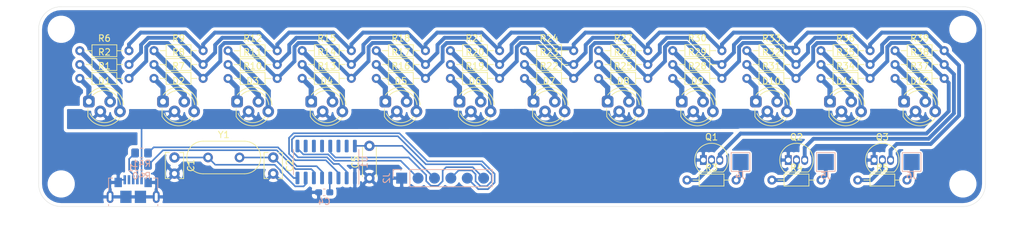
<source format=kicad_pcb>
(kicad_pcb (version 20171130) (host pcbnew 5.1.8)
  (layers (0 F.Cu signal) (31 B.Cu signal) (34 B.Paste user) (35 F.Paste user) (36 B.SilkS user) (37 F.SilkS user) (38 B.Mask user) (39 F.Mask user) (44 Edge.Cuts user))
  (net 0 "")
  (net 1 +5V)
  (net 2 GND)
  (net 3 "Net-(D1-Pad1)")
  (net 4 "Net-(D1-Pad3)")
  (net 5 "Net-(D1-Pad4)")
  (net 6 "Net-(D2-Pad4)")
  (net 7 "Net-(D2-Pad3)")
  (net 8 "Net-(D2-Pad1)")
  (net 9 "Net-(D3-Pad1)")
  (net 10 "Net-(D3-Pad3)")
  (net 11 "Net-(D3-Pad4)")
  (net 12 "Net-(D4-Pad1)")
  (net 13 "Net-(D4-Pad3)")
  (net 14 "Net-(D4-Pad4)")
  (net 15 "Net-(D5-Pad1)")
  (net 16 "Net-(D5-Pad3)")
  (net 17 "Net-(D5-Pad4)")
  (net 18 "Net-(D6-Pad4)")
  (net 19 "Net-(D6-Pad3)")
  (net 20 "Net-(D6-Pad1)")
  (net 21 "Net-(D7-Pad4)")
  (net 22 "Net-(D7-Pad3)")
  (net 23 "Net-(D7-Pad1)")
  (net 24 "Net-(D8-Pad4)")
  (net 25 "Net-(D8-Pad3)")
  (net 26 "Net-(D8-Pad1)")
  (net 27 "Net-(D9-Pad4)")
  (net 28 "Net-(D9-Pad3)")
  (net 29 "Net-(D9-Pad1)")
  (net 30 "Net-(D10-Pad1)")
  (net 31 "Net-(D10-Pad3)")
  (net 32 "Net-(D10-Pad4)")
  (net 33 "Net-(D11-Pad4)")
  (net 34 "Net-(D11-Pad3)")
  (net 35 "Net-(D11-Pad1)")
  (net 36 "Net-(D12-Pad1)")
  (net 37 "Net-(D12-Pad3)")
  (net 38 "Net-(D12-Pad4)")
  (net 39 "Net-(Q1-Pad2)")
  (net 40 /RED)
  (net 41 /GRN)
  (net 42 "Net-(Q2-Pad2)")
  (net 43 "Net-(Q3-Pad2)")
  (net 44 /BLU)
  (net 45 /RED_PIN)
  (net 46 /GRN_PIN)
  (net 47 /BLU_PIN)
  (net 48 "Net-(J1-Pad2)")
  (net 49 "Net-(J1-Pad3)")
  (net 50 "Net-(C1-Pad1)")
  (net 51 "Net-(C2-Pad1)")
  (net 52 "Net-(C4-Pad2)")
  (net 53 +3V3)
  (net 54 "Net-(J1-Pad4)")
  (net 55 "Net-(U1-Pad10)")
  (net 56 "Net-(U1-Pad11)")
  (net 57 "Net-(U1-Pad12)")
  (net 58 "Net-(U1-Pad14)")
  (net 59 "Net-(U1-Pad15)")
  (net 60 /D-)
  (net 61 /D+)
  (net 62 /TDX)
  (net 63 /RXD)
  (net 64 /~CTS)
  (net 65 /~DTR)
  (module MountingHole:MountingHole_3.2mm_M3 (layer F.Cu) (at 189.85 74.5)
    (fp_text reference REF** hide)
    (fp_text value MountingHole_3.2mm_M3)
    (pad 1 np_thru_hole circle (at 0 0) (size 3.2 3.2) (drill 3.2) (layers *.Cu *.Mask))
  )
  (module MountingHole:MountingHole_3.2mm_M3 (layer F.Cu) (at 50.15 74.5)
    (fp_text reference REF** hide)
    (fp_text value MountingHole_3.2mm_M3)
    (pad 1 np_thru_hole circle (at 0 0) (size 3.2 3.2) (drill 3.2) (layers *.Cu *.Mask))
  )
  (module MountingHole:MountingHole_3.2mm_M3 (layer F.Cu) (at 50.15 50.54)
    (fp_text reference REF** hide)
    (fp_text value MountingHole_3.2mm_M3)
    (pad 1 np_thru_hole circle (at 0 0) (size 3.2 3.2) (drill 3.2) (layers *.Cu *.Mask))
  )
  (module MountingHole:MountingHole_3.2mm_M3 (layer F.Cu) (at 189.85 50.54)
    (fp_text reference REF** hide)
    (fp_text value MountingHole_3.2mm_M3)
    (pad 1 np_thru_hole circle (at 0 0) (size 3.2 3.2) (drill 3.2) (layers *.Cu *.Mask))
  )
  (module Connector_PinHeader_2.54mm:PinHeader_1x06_P2.54mm_Vertical (layer B.Cu) (at 102.9 73.6 270)
    (fp_text reference J2 (at 0 2.33 270) (layer B.SilkS) (effects (justify mirror)))
    (fp_text value SERAIL)
    (pad 1 smd rect (at 0 0 270) (size 1.7 1.7) (layers B.Cu B.Paste B.Mask) (net 2 GND))
    (pad 2 smd oval (at 0 -2.54 270) (size 1.7 1.7) (layers B.Cu B.Paste B.Mask) (net 64 /~CTS))
    (pad 3 smd oval (at 0 -5.08 270) (size 1.7 1.7) (layers B.Cu B.Paste B.Mask) (net 53 +3V3))
    (pad 4 smd oval (at 0 -7.62 270) (size 1.7 1.7) (layers B.Cu B.Paste B.Mask) (net 62 /TDX))
    (pad 5 smd oval (at 0 -10.16 270) (size 1.7 1.7) (layers B.Cu B.Paste B.Mask) (net 63 /RXD))
    (pad 6 smd oval (at 0 -12.7 270) (size 1.7 1.7) (layers B.Cu B.Paste B.Mask) (net 65 /~DTR))
  )
  (module Package_TO_SOT_THT:TO-92_Inline (layer F.Cu) (at 149.64 70.8)
    (fp_text reference Q1 (at 1.27 -3.56) (layer F.SilkS))
    (fp_text value PN2222A)
    (pad 2 thru_hole oval (at 1.27 0) (size 1.05 1.5) (drill 0.75) (layers *.Cu *.Mask) (net 39 "Net-(Q1-Pad2)"))
    (pad 3 thru_hole oval (at 2.54 0) (size 1.05 1.5) (drill 0.75) (layers *.Cu *.Mask) (net 40 /RED))
    (pad 1 thru_hole rect (at 0 0) (size 1.05 1.5) (drill 0.75) (layers *.Cu *.Mask) (net 2 GND))
  )
  (module Package_TO_SOT_THT:TO-92_Inline (layer F.Cu) (at 162.8 70.8)
    (fp_text reference Q2 (at 1.27 -3.56) (layer F.SilkS))
    (fp_text value PN2222A)
    (pad 1 thru_hole rect (at 0 0) (size 1.05 1.5) (drill 0.75) (layers *.Cu *.Mask) (net 2 GND))
    (pad 3 thru_hole oval (at 2.54 0) (size 1.05 1.5) (drill 0.75) (layers *.Cu *.Mask) (net 41 /GRN))
    (pad 2 thru_hole oval (at 1.27 0) (size 1.05 1.5) (drill 0.75) (layers *.Cu *.Mask) (net 42 "Net-(Q2-Pad2)"))
  )
  (module Package_TO_SOT_THT:TO-92_Inline (layer F.Cu) (at 176.1 70.8)
    (fp_text reference Q3 (at 1.27 -3.56) (layer F.SilkS))
    (fp_text value PN2222A)
    (pad 2 thru_hole oval (at 1.27 0) (size 1.05 1.5) (drill 0.75) (layers *.Cu *.Mask) (net 43 "Net-(Q3-Pad2)"))
    (pad 3 thru_hole oval (at 2.54 0) (size 1.05 1.5) (drill 0.75) (layers *.Cu *.Mask) (net 44 /BLU))
    (pad 1 thru_hole rect (at 0 0) (size 1.05 1.5) (drill 0.75) (layers *.Cu *.Mask) (net 2 GND))
  )
  (module Resistor_THT:R_Axial_DIN0204_L3.6mm_D1.6mm_P7.62mm_Horizontal (layer F.Cu) (at 147.1 73.9)
    (fp_text reference R3 (at 3.81 -1.92) (layer F.SilkS))
    (fp_text value 4.7k)
    (pad 2 thru_hole oval (at 7.62 0) (size 1.4 1.4) (drill 0.7) (layers *.Cu *.Mask) (net 45 /RED_PIN))
    (pad 1 thru_hole circle (at 0 0) (size 1.4 1.4) (drill 0.7) (layers *.Cu *.Mask) (net 39 "Net-(Q1-Pad2)"))
  )
  (module Resistor_THT:R_Axial_DIN0204_L3.6mm_D1.6mm_P7.62mm_Horizontal (layer F.Cu) (at 160.26 73.9)
    (fp_text reference R4 (at 3.81 -1.92) (layer F.SilkS))
    (fp_text value 4.7k)
    (pad 2 thru_hole oval (at 7.62 0) (size 1.4 1.4) (drill 0.7) (layers *.Cu *.Mask) (net 46 /GRN_PIN))
    (pad 1 thru_hole circle (at 0 0) (size 1.4 1.4) (drill 0.7) (layers *.Cu *.Mask) (net 42 "Net-(Q2-Pad2)"))
  )
  (module Resistor_THT:R_Axial_DIN0204_L3.6mm_D1.6mm_P7.62mm_Horizontal (layer F.Cu) (at 173.56 73.9)
    (fp_text reference R5 (at 3.81 -1.92) (layer F.SilkS))
    (fp_text value 4.7k)
    (pad 1 thru_hole circle (at 0 0) (size 1.4 1.4) (drill 0.7) (layers *.Cu *.Mask) (net 43 "Net-(Q3-Pad2)"))
    (pad 2 thru_hole oval (at 7.62 0) (size 1.4 1.4) (drill 0.7) (layers *.Cu *.Mask) (net 47 /BLU_PIN))
  )
  (module LED_THT:LED_D5.0mm-4_RGB_Staggered_Pins (layer F.Cu) (at 54.4325 61.74)
    (fp_text reference D1 (at 2.413 -3.198) (layer F.SilkS))
    (fp_text value LED_RAGB)
    (pad 1 thru_hole roundrect (at 0 0) (size 1.8 1.8) (drill 0.9) (layers *.Cu *.Mask) (net 3 "Net-(D1-Pad1)"))
    (pad 2 thru_hole circle (at 1.778 1.524) (size 1.8 1.8) (drill 0.9) (layers *.Cu *.Mask) (net 1 +5V))
    (pad 3 thru_hole circle (at 3.302 0) (size 1.8 1.8) (drill 0.9) (layers *.Cu *.Mask) (net 4 "Net-(D1-Pad3)"))
    (pad 4 thru_hole circle (at 4.826 1.524) (size 1.8 1.8) (drill 0.9) (layers *.Cu *.Mask) (net 5 "Net-(D1-Pad4)"))
  )
  (module LED_THT:LED_D5.0mm-4_RGB_Staggered_Pins (layer F.Cu) (at 65.92375 61.74)
    (fp_text reference D2 (at 2.413 -3.198) (layer F.SilkS))
    (fp_text value LED_RAGB)
    (pad 1 thru_hole roundrect (at 0 0) (size 1.8 1.8) (drill 0.9) (layers *.Cu *.Mask) (net 8 "Net-(D2-Pad1)"))
    (pad 2 thru_hole circle (at 1.778 1.524) (size 1.8 1.8) (drill 0.9) (layers *.Cu *.Mask) (net 1 +5V))
    (pad 3 thru_hole circle (at 3.302 0) (size 1.8 1.8) (drill 0.9) (layers *.Cu *.Mask) (net 7 "Net-(D2-Pad3)"))
    (pad 4 thru_hole circle (at 4.826 1.524) (size 1.8 1.8) (drill 0.9) (layers *.Cu *.Mask) (net 6 "Net-(D2-Pad4)"))
  )
  (module LED_THT:LED_D5.0mm-4_RGB_Staggered_Pins (layer F.Cu) (at 77.405 61.74)
    (fp_text reference D3 (at 2.413 -3.198) (layer F.SilkS))
    (fp_text value LED_RAGB)
    (pad 4 thru_hole circle (at 4.826 1.524) (size 1.8 1.8) (drill 0.9) (layers *.Cu *.Mask) (net 11 "Net-(D3-Pad4)"))
    (pad 3 thru_hole circle (at 3.302 0) (size 1.8 1.8) (drill 0.9) (layers *.Cu *.Mask) (net 10 "Net-(D3-Pad3)"))
    (pad 2 thru_hole circle (at 1.778 1.524) (size 1.8 1.8) (drill 0.9) (layers *.Cu *.Mask) (net 1 +5V))
    (pad 1 thru_hole roundrect (at 0 0) (size 1.8 1.8) (drill 0.9) (layers *.Cu *.Mask) (net 9 "Net-(D3-Pad1)"))
  )
  (module LED_THT:LED_D5.0mm-4_RGB_Staggered_Pins (layer F.Cu) (at 88.88625 61.74)
    (fp_text reference D4 (at 2.413 -3.198) (layer F.SilkS))
    (fp_text value LED_RAGB)
    (pad 4 thru_hole circle (at 4.826 1.524) (size 1.8 1.8) (drill 0.9) (layers *.Cu *.Mask) (net 14 "Net-(D4-Pad4)"))
    (pad 3 thru_hole circle (at 3.302 0) (size 1.8 1.8) (drill 0.9) (layers *.Cu *.Mask) (net 13 "Net-(D4-Pad3)"))
    (pad 2 thru_hole circle (at 1.778 1.524) (size 1.8 1.8) (drill 0.9) (layers *.Cu *.Mask) (net 1 +5V))
    (pad 1 thru_hole roundrect (at 0 0) (size 1.8 1.8) (drill 0.9) (layers *.Cu *.Mask) (net 12 "Net-(D4-Pad1)"))
  )
  (module LED_THT:LED_D5.0mm-4_RGB_Staggered_Pins (layer F.Cu) (at 100.3675 61.74)
    (fp_text reference D5 (at 2.413 -3.198) (layer F.SilkS))
    (fp_text value LED_RAGB)
    (pad 1 thru_hole roundrect (at 0 0) (size 1.8 1.8) (drill 0.9) (layers *.Cu *.Mask) (net 15 "Net-(D5-Pad1)"))
    (pad 2 thru_hole circle (at 1.778 1.524) (size 1.8 1.8) (drill 0.9) (layers *.Cu *.Mask) (net 1 +5V))
    (pad 3 thru_hole circle (at 3.302 0) (size 1.8 1.8) (drill 0.9) (layers *.Cu *.Mask) (net 16 "Net-(D5-Pad3)"))
    (pad 4 thru_hole circle (at 4.826 1.524) (size 1.8 1.8) (drill 0.9) (layers *.Cu *.Mask) (net 17 "Net-(D5-Pad4)"))
  )
  (module LED_THT:LED_D5.0mm-4_RGB_Staggered_Pins (layer F.Cu) (at 111.84875 61.74)
    (fp_text reference D6 (at 2.413 -3.198) (layer F.SilkS))
    (fp_text value LED_RAGB)
    (pad 4 thru_hole circle (at 4.826 1.524) (size 1.8 1.8) (drill 0.9) (layers *.Cu *.Mask) (net 18 "Net-(D6-Pad4)"))
    (pad 3 thru_hole circle (at 3.302 0) (size 1.8 1.8) (drill 0.9) (layers *.Cu *.Mask) (net 19 "Net-(D6-Pad3)"))
    (pad 2 thru_hole circle (at 1.778 1.524) (size 1.8 1.8) (drill 0.9) (layers *.Cu *.Mask) (net 1 +5V))
    (pad 1 thru_hole roundrect (at 0 0) (size 1.8 1.8) (drill 0.9) (layers *.Cu *.Mask) (net 20 "Net-(D6-Pad1)"))
  )
  (module LED_THT:LED_D5.0mm-4_RGB_Staggered_Pins (layer F.Cu) (at 123.33 61.74)
    (fp_text reference D7 (at 2.413 -3.198) (layer F.SilkS))
    (fp_text value LED_RAGB)
    (pad 4 thru_hole circle (at 4.826 1.524) (size 1.8 1.8) (drill 0.9) (layers *.Cu *.Mask) (net 21 "Net-(D7-Pad4)"))
    (pad 3 thru_hole circle (at 3.302 0) (size 1.8 1.8) (drill 0.9) (layers *.Cu *.Mask) (net 22 "Net-(D7-Pad3)"))
    (pad 2 thru_hole circle (at 1.778 1.524) (size 1.8 1.8) (drill 0.9) (layers *.Cu *.Mask) (net 1 +5V))
    (pad 1 thru_hole roundrect (at 0 0) (size 1.8 1.8) (drill 0.9) (layers *.Cu *.Mask) (net 23 "Net-(D7-Pad1)"))
  )
  (module LED_THT:LED_D5.0mm-4_RGB_Staggered_Pins (layer F.Cu) (at 134.81125 61.74)
    (fp_text reference D8 (at 2.413 -3.198) (layer F.SilkS))
    (fp_text value LED_RAGB)
    (pad 1 thru_hole roundrect (at 0 0) (size 1.8 1.8) (drill 0.9) (layers *.Cu *.Mask) (net 26 "Net-(D8-Pad1)"))
    (pad 2 thru_hole circle (at 1.778 1.524) (size 1.8 1.8) (drill 0.9) (layers *.Cu *.Mask) (net 1 +5V))
    (pad 3 thru_hole circle (at 3.302 0) (size 1.8 1.8) (drill 0.9) (layers *.Cu *.Mask) (net 25 "Net-(D8-Pad3)"))
    (pad 4 thru_hole circle (at 4.826 1.524) (size 1.8 1.8) (drill 0.9) (layers *.Cu *.Mask) (net 24 "Net-(D8-Pad4)"))
  )
  (module LED_THT:LED_D5.0mm-4_RGB_Staggered_Pins (layer F.Cu) (at 146.2925 61.74)
    (fp_text reference D9 (at 2.413 -3.198) (layer F.SilkS))
    (fp_text value LED_RAGB)
    (pad 4 thru_hole circle (at 4.826 1.524) (size 1.8 1.8) (drill 0.9) (layers *.Cu *.Mask) (net 27 "Net-(D9-Pad4)"))
    (pad 3 thru_hole circle (at 3.302 0) (size 1.8 1.8) (drill 0.9) (layers *.Cu *.Mask) (net 28 "Net-(D9-Pad3)"))
    (pad 2 thru_hole circle (at 1.778 1.524) (size 1.8 1.8) (drill 0.9) (layers *.Cu *.Mask) (net 1 +5V))
    (pad 1 thru_hole roundrect (at 0 0) (size 1.8 1.8) (drill 0.9) (layers *.Cu *.Mask) (net 29 "Net-(D9-Pad1)"))
  )
  (module LED_THT:LED_D5.0mm-4_RGB_Staggered_Pins (layer F.Cu) (at 157.77375 61.74)
    (fp_text reference D10 (at 2.413 -3.198) (layer F.SilkS))
    (fp_text value LED_RAGB)
    (pad 4 thru_hole circle (at 4.826 1.524) (size 1.8 1.8) (drill 0.9) (layers *.Cu *.Mask) (net 32 "Net-(D10-Pad4)"))
    (pad 3 thru_hole circle (at 3.302 0) (size 1.8 1.8) (drill 0.9) (layers *.Cu *.Mask) (net 31 "Net-(D10-Pad3)"))
    (pad 2 thru_hole circle (at 1.778 1.524) (size 1.8 1.8) (drill 0.9) (layers *.Cu *.Mask) (net 1 +5V))
    (pad 1 thru_hole roundrect (at 0 0) (size 1.8 1.8) (drill 0.9) (layers *.Cu *.Mask) (net 30 "Net-(D10-Pad1)"))
  )
  (module LED_THT:LED_D5.0mm-4_RGB_Staggered_Pins (layer F.Cu) (at 169.255 61.74)
    (fp_text reference D11 (at 2.413 -3.198) (layer F.SilkS))
    (fp_text value LED_RAGB)
    (pad 1 thru_hole roundrect (at 0 0) (size 1.8 1.8) (drill 0.9) (layers *.Cu *.Mask) (net 35 "Net-(D11-Pad1)"))
    (pad 2 thru_hole circle (at 1.778 1.524) (size 1.8 1.8) (drill 0.9) (layers *.Cu *.Mask) (net 1 +5V))
    (pad 3 thru_hole circle (at 3.302 0) (size 1.8 1.8) (drill 0.9) (layers *.Cu *.Mask) (net 34 "Net-(D11-Pad3)"))
    (pad 4 thru_hole circle (at 4.826 1.524) (size 1.8 1.8) (drill 0.9) (layers *.Cu *.Mask) (net 33 "Net-(D11-Pad4)"))
  )
  (module LED_THT:LED_D5.0mm-4_RGB_Staggered_Pins (layer F.Cu) (at 180.73625 61.74)
    (fp_text reference D12 (at 2.413 -3.198) (layer F.SilkS))
    (fp_text value LED_RAGB)
    (pad 1 thru_hole roundrect (at 0 0) (size 1.8 1.8) (drill 0.9) (layers *.Cu *.Mask) (net 36 "Net-(D12-Pad1)"))
    (pad 2 thru_hole circle (at 1.778 1.524) (size 1.8 1.8) (drill 0.9) (layers *.Cu *.Mask) (net 1 +5V))
    (pad 3 thru_hole circle (at 3.302 0) (size 1.8 1.8) (drill 0.9) (layers *.Cu *.Mask) (net 37 "Net-(D12-Pad3)"))
    (pad 4 thru_hole circle (at 4.826 1.524) (size 1.8 1.8) (drill 0.9) (layers *.Cu *.Mask) (net 38 "Net-(D12-Pad4)"))
  )
  (module TestPoint:TestPoint_Pad_2.5x2.5mm (layer B.Cu) (at 155.4 71.1)
    (fp_text reference J4 (at 0 2.148) (layer B.SilkS) (effects (justify mirror)))
    (fp_text value Conn_01x01)
    (pad 1 smd rect (at 0 0) (size 2.5 2.5) (layers B.Cu B.Mask) (net 45 /RED_PIN))
  )
  (module TestPoint:TestPoint_Pad_2.5x2.5mm (layer B.Cu) (at 168.6 71.1)
    (fp_text reference J5 (at 0 2.148) (layer B.SilkS) (effects (justify mirror)))
    (fp_text value Conn_01x01)
    (pad 1 smd rect (at 0 0) (size 2.5 2.5) (layers B.Cu B.Mask) (net 46 /GRN_PIN))
  )
  (module TestPoint:TestPoint_Pad_2.5x2.5mm (layer B.Cu) (at 181.9 71.1)
    (fp_text reference J6 (at 0 2.148) (layer B.SilkS) (effects (justify mirror)))
    (fp_text value Conn_01x01)
    (pad 1 smd rect (at 0 0) (size 2.5 2.5) (layers B.Cu B.Mask) (net 47 /BLU_PIN))
  )
  (module Resistor_THT:R_Axial_DIN0204_L3.6mm_D1.6mm_P7.62mm_Horizontal (layer F.Cu) (at 53.0325 58.15)
    (fp_text reference R1 (at 3.81 -1.92) (layer F.SilkS))
    (fp_text value 1k)
    (pad 1 thru_hole circle (at 0 0) (size 1.4 1.4) (drill 0.7) (layers *.Cu *.Mask) (net 3 "Net-(D1-Pad1)"))
    (pad 2 thru_hole oval (at 7.62 0) (size 1.4 1.4) (drill 0.7) (layers *.Cu *.Mask) (net 40 /RED))
  )
  (module Resistor_THT:R_Axial_DIN0204_L3.6mm_D1.6mm_P7.62mm_Horizontal (layer F.Cu) (at 53.0325 56)
    (fp_text reference R2 (at 3.81 -1.92) (layer F.SilkS))
    (fp_text value 1k)
    (pad 2 thru_hole oval (at 7.62 0) (size 1.4 1.4) (drill 0.7) (layers *.Cu *.Mask) (net 41 /GRN))
    (pad 1 thru_hole circle (at 0 0) (size 1.4 1.4) (drill 0.7) (layers *.Cu *.Mask) (net 4 "Net-(D1-Pad3)"))
  )
  (module Resistor_THT:R_Axial_DIN0204_L3.6mm_D1.6mm_P7.62mm_Horizontal (layer F.Cu) (at 53.0325 53.86)
    (fp_text reference R6 (at 3.81 -1.92) (layer F.SilkS))
    (fp_text value 1k)
    (pad 2 thru_hole oval (at 7.62 0) (size 1.4 1.4) (drill 0.7) (layers *.Cu *.Mask) (net 44 /BLU))
    (pad 1 thru_hole circle (at 0 0) (size 1.4 1.4) (drill 0.7) (layers *.Cu *.Mask) (net 5 "Net-(D1-Pad4)"))
  )
  (module Resistor_THT:R_Axial_DIN0204_L3.6mm_D1.6mm_P7.62mm_Horizontal (layer F.Cu) (at 64.52375 58.15)
    (fp_text reference R7 (at 3.81 -1.92) (layer F.SilkS))
    (fp_text value 1k)
    (pad 1 thru_hole circle (at 0 0) (size 1.4 1.4) (drill 0.7) (layers *.Cu *.Mask) (net 8 "Net-(D2-Pad1)"))
    (pad 2 thru_hole oval (at 7.62 0) (size 1.4 1.4) (drill 0.7) (layers *.Cu *.Mask) (net 40 /RED))
  )
  (module Resistor_THT:R_Axial_DIN0204_L3.6mm_D1.6mm_P7.62mm_Horizontal (layer F.Cu) (at 64.52375 56)
    (fp_text reference R8 (at 3.81 -1.92) (layer F.SilkS))
    (fp_text value 1k)
    (pad 1 thru_hole circle (at 0 0) (size 1.4 1.4) (drill 0.7) (layers *.Cu *.Mask) (net 7 "Net-(D2-Pad3)"))
    (pad 2 thru_hole oval (at 7.62 0) (size 1.4 1.4) (drill 0.7) (layers *.Cu *.Mask) (net 41 /GRN))
  )
  (module Resistor_THT:R_Axial_DIN0204_L3.6mm_D1.6mm_P7.62mm_Horizontal (layer F.Cu) (at 64.52375 53.85)
    (fp_text reference R9 (at 3.81 -1.92) (layer F.SilkS))
    (fp_text value 1k)
    (pad 2 thru_hole oval (at 7.62 0) (size 1.4 1.4) (drill 0.7) (layers *.Cu *.Mask) (net 44 /BLU))
    (pad 1 thru_hole circle (at 0 0) (size 1.4 1.4) (drill 0.7) (layers *.Cu *.Mask) (net 6 "Net-(D2-Pad4)"))
  )
  (module Resistor_THT:R_Axial_DIN0204_L3.6mm_D1.6mm_P7.62mm_Horizontal (layer F.Cu) (at 76.005 58.16)
    (fp_text reference R10 (at 3.81 -1.92) (layer F.SilkS))
    (fp_text value 1k)
    (pad 2 thru_hole oval (at 7.62 0) (size 1.4 1.4) (drill 0.7) (layers *.Cu *.Mask) (net 40 /RED))
    (pad 1 thru_hole circle (at 0 0) (size 1.4 1.4) (drill 0.7) (layers *.Cu *.Mask) (net 9 "Net-(D3-Pad1)"))
  )
  (module Resistor_THT:R_Axial_DIN0204_L3.6mm_D1.6mm_P7.62mm_Horizontal (layer F.Cu) (at 76.005 56.01)
    (fp_text reference R11 (at 3.81 -1.92) (layer F.SilkS))
    (fp_text value 1k)
    (pad 1 thru_hole circle (at 0 0) (size 1.4 1.4) (drill 0.7) (layers *.Cu *.Mask) (net 10 "Net-(D3-Pad3)"))
    (pad 2 thru_hole oval (at 7.62 0) (size 1.4 1.4) (drill 0.7) (layers *.Cu *.Mask) (net 41 /GRN))
  )
  (module Resistor_THT:R_Axial_DIN0204_L3.6mm_D1.6mm_P7.62mm_Horizontal (layer F.Cu) (at 76.005 53.86)
    (fp_text reference R12 (at 3.81 -1.92) (layer F.SilkS))
    (fp_text value 1k)
    (pad 2 thru_hole oval (at 7.62 0) (size 1.4 1.4) (drill 0.7) (layers *.Cu *.Mask) (net 44 /BLU))
    (pad 1 thru_hole circle (at 0 0) (size 1.4 1.4) (drill 0.7) (layers *.Cu *.Mask) (net 11 "Net-(D3-Pad4)"))
  )
  (module Resistor_THT:R_Axial_DIN0204_L3.6mm_D1.6mm_P7.62mm_Horizontal (layer F.Cu) (at 87.48625 58.14)
    (fp_text reference R13 (at 3.81 -1.92) (layer F.SilkS))
    (fp_text value 1k)
    (pad 1 thru_hole circle (at 0 0) (size 1.4 1.4) (drill 0.7) (layers *.Cu *.Mask) (net 12 "Net-(D4-Pad1)"))
    (pad 2 thru_hole oval (at 7.62 0) (size 1.4 1.4) (drill 0.7) (layers *.Cu *.Mask) (net 40 /RED))
  )
  (module Resistor_THT:R_Axial_DIN0204_L3.6mm_D1.6mm_P7.62mm_Horizontal (layer F.Cu) (at 87.48625 55.99)
    (fp_text reference R14 (at 3.81 -1.92) (layer F.SilkS))
    (fp_text value 1k)
    (pad 2 thru_hole oval (at 7.62 0) (size 1.4 1.4) (drill 0.7) (layers *.Cu *.Mask) (net 41 /GRN))
    (pad 1 thru_hole circle (at 0 0) (size 1.4 1.4) (drill 0.7) (layers *.Cu *.Mask) (net 13 "Net-(D4-Pad3)"))
  )
  (module Resistor_THT:R_Axial_DIN0204_L3.6mm_D1.6mm_P7.62mm_Horizontal (layer F.Cu) (at 87.48625 53.85)
    (fp_text reference R15 (at 3.81 -1.92) (layer F.SilkS))
    (fp_text value 1k)
    (pad 1 thru_hole circle (at 0 0) (size 1.4 1.4) (drill 0.7) (layers *.Cu *.Mask) (net 14 "Net-(D4-Pad4)"))
    (pad 2 thru_hole oval (at 7.62 0) (size 1.4 1.4) (drill 0.7) (layers *.Cu *.Mask) (net 44 /BLU))
  )
  (module Resistor_THT:R_Axial_DIN0204_L3.6mm_D1.6mm_P7.62mm_Horizontal (layer F.Cu) (at 98.9675 58.15)
    (fp_text reference R16 (at 3.81 -1.92) (layer F.SilkS))
    (fp_text value 1k)
    (pad 1 thru_hole circle (at 0 0) (size 1.4 1.4) (drill 0.7) (layers *.Cu *.Mask) (net 15 "Net-(D5-Pad1)"))
    (pad 2 thru_hole oval (at 7.62 0) (size 1.4 1.4) (drill 0.7) (layers *.Cu *.Mask) (net 40 /RED))
  )
  (module Resistor_THT:R_Axial_DIN0204_L3.6mm_D1.6mm_P7.62mm_Horizontal (layer F.Cu) (at 98.9675 56)
    (fp_text reference R17 (at 3.81 -1.92) (layer F.SilkS))
    (fp_text value 1k)
    (pad 2 thru_hole oval (at 7.62 0) (size 1.4 1.4) (drill 0.7) (layers *.Cu *.Mask) (net 41 /GRN))
    (pad 1 thru_hole circle (at 0 0) (size 1.4 1.4) (drill 0.7) (layers *.Cu *.Mask) (net 16 "Net-(D5-Pad3)"))
  )
  (module Resistor_THT:R_Axial_DIN0204_L3.6mm_D1.6mm_P7.62mm_Horizontal (layer F.Cu) (at 98.9675 53.85)
    (fp_text reference R18 (at 3.81 -1.92) (layer F.SilkS))
    (fp_text value 1k)
    (pad 1 thru_hole circle (at 0 0) (size 1.4 1.4) (drill 0.7) (layers *.Cu *.Mask) (net 17 "Net-(D5-Pad4)"))
    (pad 2 thru_hole oval (at 7.62 0) (size 1.4 1.4) (drill 0.7) (layers *.Cu *.Mask) (net 44 /BLU))
  )
  (module Resistor_THT:R_Axial_DIN0204_L3.6mm_D1.6mm_P7.62mm_Horizontal (layer F.Cu) (at 110.44875 58.15)
    (fp_text reference R19 (at 3.81 -1.92) (layer F.SilkS))
    (fp_text value 1k)
    (pad 2 thru_hole oval (at 7.62 0) (size 1.4 1.4) (drill 0.7) (layers *.Cu *.Mask) (net 40 /RED))
    (pad 1 thru_hole circle (at 0 0) (size 1.4 1.4) (drill 0.7) (layers *.Cu *.Mask) (net 20 "Net-(D6-Pad1)"))
  )
  (module Resistor_THT:R_Axial_DIN0204_L3.6mm_D1.6mm_P7.62mm_Horizontal (layer F.Cu) (at 110.44875 56)
    (fp_text reference R20 (at 3.81 -1.92) (layer F.SilkS))
    (fp_text value 1k)
    (pad 1 thru_hole circle (at 0 0) (size 1.4 1.4) (drill 0.7) (layers *.Cu *.Mask) (net 19 "Net-(D6-Pad3)"))
    (pad 2 thru_hole oval (at 7.62 0) (size 1.4 1.4) (drill 0.7) (layers *.Cu *.Mask) (net 41 /GRN))
  )
  (module Resistor_THT:R_Axial_DIN0204_L3.6mm_D1.6mm_P7.62mm_Horizontal (layer F.Cu) (at 110.44875 53.85)
    (fp_text reference R21 (at 3.81 -1.92) (layer F.SilkS))
    (fp_text value 1k)
    (pad 2 thru_hole oval (at 7.62 0) (size 1.4 1.4) (drill 0.7) (layers *.Cu *.Mask) (net 44 /BLU))
    (pad 1 thru_hole circle (at 0 0) (size 1.4 1.4) (drill 0.7) (layers *.Cu *.Mask) (net 18 "Net-(D6-Pad4)"))
  )
  (module Resistor_THT:R_Axial_DIN0204_L3.6mm_D1.6mm_P7.62mm_Horizontal (layer F.Cu) (at 121.93 58.15)
    (fp_text reference R22 (at 3.81 -1.92) (layer F.SilkS))
    (fp_text value 1k)
    (pad 1 thru_hole circle (at 0 0) (size 1.4 1.4) (drill 0.7) (layers *.Cu *.Mask) (net 23 "Net-(D7-Pad1)"))
    (pad 2 thru_hole oval (at 7.62 0) (size 1.4 1.4) (drill 0.7) (layers *.Cu *.Mask) (net 40 /RED))
  )
  (module Resistor_THT:R_Axial_DIN0204_L3.6mm_D1.6mm_P7.62mm_Horizontal (layer F.Cu) (at 121.93 56)
    (fp_text reference R23 (at 3.81 -1.92) (layer F.SilkS))
    (fp_text value 1k)
    (pad 2 thru_hole oval (at 7.62 0) (size 1.4 1.4) (drill 0.7) (layers *.Cu *.Mask) (net 41 /GRN))
    (pad 1 thru_hole circle (at 0 0) (size 1.4 1.4) (drill 0.7) (layers *.Cu *.Mask) (net 22 "Net-(D7-Pad3)"))
  )
  (module Resistor_THT:R_Axial_DIN0204_L3.6mm_D1.6mm_P7.62mm_Horizontal (layer F.Cu) (at 121.93 53.85)
    (fp_text reference R24 (at 3.81 -1.92) (layer F.SilkS))
    (fp_text value 1k)
    (pad 2 thru_hole oval (at 7.62 0) (size 1.4 1.4) (drill 0.7) (layers *.Cu *.Mask) (net 44 /BLU))
    (pad 1 thru_hole circle (at 0 0) (size 1.4 1.4) (drill 0.7) (layers *.Cu *.Mask) (net 21 "Net-(D7-Pad4)"))
  )
  (module Resistor_THT:R_Axial_DIN0204_L3.6mm_D1.6mm_P7.62mm_Horizontal (layer F.Cu) (at 133.41125 58.15)
    (fp_text reference R25 (at 3.81 -1.92) (layer F.SilkS))
    (fp_text value 1k)
    (pad 1 thru_hole circle (at 0 0) (size 1.4 1.4) (drill 0.7) (layers *.Cu *.Mask) (net 26 "Net-(D8-Pad1)"))
    (pad 2 thru_hole oval (at 7.62 0) (size 1.4 1.4) (drill 0.7) (layers *.Cu *.Mask) (net 40 /RED))
  )
  (module Resistor_THT:R_Axial_DIN0204_L3.6mm_D1.6mm_P7.62mm_Horizontal (layer F.Cu) (at 133.41125 56)
    (fp_text reference R26 (at 3.81 -1.92) (layer F.SilkS))
    (fp_text value 1k)
    (pad 1 thru_hole circle (at 0 0) (size 1.4 1.4) (drill 0.7) (layers *.Cu *.Mask) (net 25 "Net-(D8-Pad3)"))
    (pad 2 thru_hole oval (at 7.62 0) (size 1.4 1.4) (drill 0.7) (layers *.Cu *.Mask) (net 41 /GRN))
  )
  (module Resistor_THT:R_Axial_DIN0204_L3.6mm_D1.6mm_P7.62mm_Horizontal (layer F.Cu) (at 133.41125 53.85)
    (fp_text reference R27 (at 3.81 -1.92) (layer F.SilkS))
    (fp_text value 1k)
    (pad 2 thru_hole oval (at 7.62 0) (size 1.4 1.4) (drill 0.7) (layers *.Cu *.Mask) (net 44 /BLU))
    (pad 1 thru_hole circle (at 0 0) (size 1.4 1.4) (drill 0.7) (layers *.Cu *.Mask) (net 24 "Net-(D8-Pad4)"))
  )
  (module Resistor_THT:R_Axial_DIN0204_L3.6mm_D1.6mm_P7.62mm_Horizontal (layer F.Cu) (at 144.8925 58.15)
    (fp_text reference R28 (at 3.81 -1.92) (layer F.SilkS))
    (fp_text value 1k)
    (pad 1 thru_hole circle (at 0 0) (size 1.4 1.4) (drill 0.7) (layers *.Cu *.Mask) (net 29 "Net-(D9-Pad1)"))
    (pad 2 thru_hole oval (at 7.62 0) (size 1.4 1.4) (drill 0.7) (layers *.Cu *.Mask) (net 40 /RED))
  )
  (module Resistor_THT:R_Axial_DIN0204_L3.6mm_D1.6mm_P7.62mm_Horizontal (layer F.Cu) (at 144.8925 56)
    (fp_text reference R29 (at 3.81 -1.92) (layer F.SilkS))
    (fp_text value 1k)
    (pad 2 thru_hole oval (at 7.62 0) (size 1.4 1.4) (drill 0.7) (layers *.Cu *.Mask) (net 41 /GRN))
    (pad 1 thru_hole circle (at 0 0) (size 1.4 1.4) (drill 0.7) (layers *.Cu *.Mask) (net 28 "Net-(D9-Pad3)"))
  )
  (module Resistor_THT:R_Axial_DIN0204_L3.6mm_D1.6mm_P7.62mm_Horizontal (layer F.Cu) (at 144.8925 53.85)
    (fp_text reference R30 (at 3.81 -1.92) (layer F.SilkS))
    (fp_text value 1k)
    (pad 1 thru_hole circle (at 0 0) (size 1.4 1.4) (drill 0.7) (layers *.Cu *.Mask) (net 27 "Net-(D9-Pad4)"))
    (pad 2 thru_hole oval (at 7.62 0) (size 1.4 1.4) (drill 0.7) (layers *.Cu *.Mask) (net 44 /BLU))
  )
  (module Resistor_THT:R_Axial_DIN0204_L3.6mm_D1.6mm_P7.62mm_Horizontal (layer F.Cu) (at 156.37375 58.15)
    (fp_text reference R31 (at 3.81 -1.92) (layer F.SilkS))
    (fp_text value 1k)
    (pad 2 thru_hole oval (at 7.62 0) (size 1.4 1.4) (drill 0.7) (layers *.Cu *.Mask) (net 40 /RED))
    (pad 1 thru_hole circle (at 0 0) (size 1.4 1.4) (drill 0.7) (layers *.Cu *.Mask) (net 30 "Net-(D10-Pad1)"))
  )
  (module Resistor_THT:R_Axial_DIN0204_L3.6mm_D1.6mm_P7.62mm_Horizontal (layer F.Cu) (at 156.37375 56)
    (fp_text reference R32 (at 3.81 -1.92) (layer F.SilkS))
    (fp_text value 1k)
    (pad 1 thru_hole circle (at 0 0) (size 1.4 1.4) (drill 0.7) (layers *.Cu *.Mask) (net 31 "Net-(D10-Pad3)"))
    (pad 2 thru_hole oval (at 7.62 0) (size 1.4 1.4) (drill 0.7) (layers *.Cu *.Mask) (net 41 /GRN))
  )
  (module Resistor_THT:R_Axial_DIN0204_L3.6mm_D1.6mm_P7.62mm_Horizontal (layer F.Cu) (at 156.37375 53.85)
    (fp_text reference R33 (at 3.81 -1.92) (layer F.SilkS))
    (fp_text value 1k)
    (pad 2 thru_hole oval (at 7.62 0) (size 1.4 1.4) (drill 0.7) (layers *.Cu *.Mask) (net 44 /BLU))
    (pad 1 thru_hole circle (at 0 0) (size 1.4 1.4) (drill 0.7) (layers *.Cu *.Mask) (net 32 "Net-(D10-Pad4)"))
  )
  (module Resistor_THT:R_Axial_DIN0204_L3.6mm_D1.6mm_P7.62mm_Horizontal (layer F.Cu) (at 167.855 58.15)
    (fp_text reference R34 (at 3.81 -1.92) (layer F.SilkS))
    (fp_text value 1k)
    (pad 1 thru_hole circle (at 0 0) (size 1.4 1.4) (drill 0.7) (layers *.Cu *.Mask) (net 35 "Net-(D11-Pad1)"))
    (pad 2 thru_hole oval (at 7.62 0) (size 1.4 1.4) (drill 0.7) (layers *.Cu *.Mask) (net 40 /RED))
  )
  (module Resistor_THT:R_Axial_DIN0204_L3.6mm_D1.6mm_P7.62mm_Horizontal (layer F.Cu) (at 167.855 56)
    (fp_text reference R35 (at 3.81 -1.92) (layer F.SilkS))
    (fp_text value 1k)
    (pad 2 thru_hole oval (at 7.62 0) (size 1.4 1.4) (drill 0.7) (layers *.Cu *.Mask) (net 41 /GRN))
    (pad 1 thru_hole circle (at 0 0) (size 1.4 1.4) (drill 0.7) (layers *.Cu *.Mask) (net 34 "Net-(D11-Pad3)"))
  )
  (module Resistor_THT:R_Axial_DIN0204_L3.6mm_D1.6mm_P7.62mm_Horizontal (layer F.Cu) (at 167.855 53.85)
    (fp_text reference R36 (at 3.81 -1.92) (layer F.SilkS))
    (fp_text value 1k)
    (pad 1 thru_hole circle (at 0 0) (size 1.4 1.4) (drill 0.7) (layers *.Cu *.Mask) (net 33 "Net-(D11-Pad4)"))
    (pad 2 thru_hole oval (at 7.62 0) (size 1.4 1.4) (drill 0.7) (layers *.Cu *.Mask) (net 44 /BLU))
  )
  (module Resistor_THT:R_Axial_DIN0204_L3.6mm_D1.6mm_P7.62mm_Horizontal (layer F.Cu) (at 179.33625 58.15)
    (fp_text reference R37 (at 3.81 -1.92) (layer F.SilkS))
    (fp_text value 1k)
    (pad 2 thru_hole oval (at 7.62 0) (size 1.4 1.4) (drill 0.7) (layers *.Cu *.Mask) (net 40 /RED))
    (pad 1 thru_hole circle (at 0 0) (size 1.4 1.4) (drill 0.7) (layers *.Cu *.Mask) (net 36 "Net-(D12-Pad1)"))
  )
  (module Resistor_THT:R_Axial_DIN0204_L3.6mm_D1.6mm_P7.62mm_Horizontal (layer F.Cu) (at 179.33625 56)
    (fp_text reference R38 (at 3.81 -1.92) (layer F.SilkS))
    (fp_text value 1k)
    (pad 1 thru_hole circle (at 0 0) (size 1.4 1.4) (drill 0.7) (layers *.Cu *.Mask) (net 37 "Net-(D12-Pad3)"))
    (pad 2 thru_hole oval (at 7.62 0) (size 1.4 1.4) (drill 0.7) (layers *.Cu *.Mask) (net 41 /GRN))
  )
  (module Resistor_THT:R_Axial_DIN0204_L3.6mm_D1.6mm_P7.62mm_Horizontal (layer F.Cu) (at 179.33625 53.85)
    (fp_text reference R39 (at 3.81 -1.92) (layer F.SilkS))
    (fp_text value 1k)
    (pad 2 thru_hole oval (at 7.62 0) (size 1.4 1.4) (drill 0.7) (layers *.Cu *.Mask) (net 44 /BLU))
    (pad 1 thru_hole circle (at 0 0) (size 1.4 1.4) (drill 0.7) (layers *.Cu *.Mask) (net 38 "Net-(D12-Pad4)"))
  )
  (module Capacitor_THT:C_Disc_D3.8mm_W2.6mm_P2.50mm (layer F.Cu) (at 67.7 70.4 270)
    (fp_text reference C1 (at 1.25 -2.55 90) (layer F.SilkS))
    (fp_text value 22p)
    (pad 2 thru_hole circle (at 2.5 0 270) (size 1.6 1.6) (drill 0.8) (layers *.Cu *.Mask) (net 2 GND))
    (pad 1 thru_hole circle (at 0 0 270) (size 1.6 1.6) (drill 0.8) (layers *.Cu *.Mask) (net 50 "Net-(C1-Pad1)"))
  )
  (module Capacitor_THT:C_Disc_D3.8mm_W2.6mm_P2.50mm (layer F.Cu) (at 83 70.4 270)
    (fp_text reference C2 (at 1.25 -2.55 90) (layer F.SilkS))
    (fp_text value 22p)
    (pad 1 thru_hole circle (at 0 0 270) (size 1.6 1.6) (drill 0.8) (layers *.Cu *.Mask) (net 51 "Net-(C2-Pad1)"))
    (pad 2 thru_hole circle (at 2.5 0 270) (size 1.6 1.6) (drill 0.8) (layers *.Cu *.Mask) (net 2 GND))
  )
  (module Capacitor_SMD:C_0603_1608Metric_Pad1.08x0.95mm_HandSolder (layer B.Cu) (at 90.9 75.8)
    (fp_text reference C4 (at 0 1.43) (layer B.SilkS) (effects (justify mirror)))
    (fp_text value 10n)
    (pad 1 smd roundrect (at -0.8625 0) (size 1.075 0.95) (layers B.Cu B.Paste B.Mask) (net 2 GND))
    (pad 2 smd roundrect (at 0.8625 0) (size 1.075 0.95) (layers B.Cu B.Paste B.Mask) (net 52 "Net-(C4-Pad2)"))
  )
  (module Connector_USB:USB_Micro-B_GCT_USB3076-30-A (layer B.Cu) (at 61.3 75.3 180)
    (fp_text reference J1 (at 0 3.3 180) (layer B.SilkS) (effects (justify mirror)))
    (fp_text value USB_B_Micro)
    (pad 6 smd rect (at 1.125 -1.2 180) (size 1.75 1.9) (layers B.Cu B.Paste B.Mask) (net 2 GND))
    (pad 2 smd rect (at -0.65 1.45 180) (size 0.4 1.4) (layers B.Cu B.Paste B.Mask) (net 48 "Net-(J1-Pad2)"))
    (pad 1 smd rect (at -1.3 1.45 180) (size 0.4 1.4) (layers B.Cu B.Paste B.Mask) (net 1 +5V))
    (pad 5 smd rect (at 1.3 1.45 180) (size 0.4 1.4) (layers B.Cu B.Paste B.Mask) (net 2 GND))
    (pad 4 smd rect (at 0.65 1.45 180) (size 0.4 1.4) (layers B.Cu B.Paste B.Mask) (net 54 "Net-(J1-Pad4)"))
    (pad 3 smd rect (at 0 1.45 180) (size 0.4 1.4) (layers B.Cu B.Paste B.Mask) (net 49 "Net-(J1-Pad3)"))
    (pad 6 smd rect (at -1.125 -1.2 180) (size 1.75 1.9) (layers B.Cu B.Paste B.Mask) (net 2 GND))
    (pad 6 thru_hole oval (at -3.575 -1.2) (size 1.05 1.9) (drill oval 0.45 1.25) (layers *.Cu *.Mask) (net 2 GND))
    (pad 6 thru_hole oval (at 3.575 -1.2 180) (size 1.05 1.9) (drill oval 0.45 1.25) (layers *.Cu *.Mask) (net 2 GND))
    (pad 6 smd rect (at 2.32 1.03 180) (size 1.15 1.45) (layers B.Cu B.Paste B.Mask) (net 2 GND))
    (pad 6 smd rect (at -2.32 1.03 180) (size 1.15 1.45) (layers B.Cu B.Paste B.Mask) (net 2 GND))
  )
  (module Package_SO:SOIC-16_3.9x9.9mm_P1.27mm (layer B.Cu) (at 91.2 71.1 90)
    (fp_text reference U1 (at 0 5.9 90) (layer B.SilkS) (effects (justify mirror)))
    (fp_text value CH340G)
    (pad 1 smd roundrect (at -2.475 4.445 90) (size 1.95 0.6) (layers B.Cu B.Paste B.Mask) (net 2 GND))
    (pad 2 smd roundrect (at -2.475 3.175 90) (size 1.95 0.6) (layers B.Cu B.Paste B.Mask) (net 62 /TDX))
    (pad 3 smd roundrect (at -2.475 1.905 90) (size 1.95 0.6) (layers B.Cu B.Paste B.Mask) (net 63 /RXD))
    (pad 4 smd roundrect (at -2.475 0.635 90) (size 1.95 0.6) (layers B.Cu B.Paste B.Mask) (net 52 "Net-(C4-Pad2)"))
    (pad 5 smd roundrect (at -2.475 -0.635 90) (size 1.95 0.6) (layers B.Cu B.Paste B.Mask) (net 61 /D+))
    (pad 6 smd roundrect (at -2.475 -1.905 90) (size 1.95 0.6) (layers B.Cu B.Paste B.Mask) (net 60 /D-))
    (pad 7 smd roundrect (at -2.475 -3.175 90) (size 1.95 0.6) (layers B.Cu B.Paste B.Mask) (net 50 "Net-(C1-Pad1)"))
    (pad 8 smd roundrect (at -2.475 -4.445 90) (size 1.95 0.6) (layers B.Cu B.Paste B.Mask) (net 51 "Net-(C2-Pad1)"))
    (pad 9 smd roundrect (at 2.475 -4.445 90) (size 1.95 0.6) (layers B.Cu B.Paste B.Mask) (net 64 /~CTS))
    (pad 10 smd roundrect (at 2.475 -3.175 90) (size 1.95 0.6) (layers B.Cu B.Paste B.Mask) (net 55 "Net-(U1-Pad10)"))
    (pad 11 smd roundrect (at 2.475 -1.905 90) (size 1.95 0.6) (layers B.Cu B.Paste B.Mask) (net 56 "Net-(U1-Pad11)"))
    (pad 12 smd roundrect (at 2.475 -0.635 90) (size 1.95 0.6) (layers B.Cu B.Paste B.Mask) (net 57 "Net-(U1-Pad12)"))
    (pad 13 smd roundrect (at 2.475 0.635 90) (size 1.95 0.6) (layers B.Cu B.Paste B.Mask) (net 65 /~DTR))
    (pad 14 smd roundrect (at 2.475 1.905 90) (size 1.95 0.6) (layers B.Cu B.Paste B.Mask) (net 58 "Net-(U1-Pad14)"))
    (pad 15 smd roundrect (at 2.475 3.175 90) (size 1.95 0.6) (layers B.Cu B.Paste B.Mask) (net 59 "Net-(U1-Pad15)"))
    (pad 16 smd roundrect (at 2.475 4.445 90) (size 1.95 0.6) (layers B.Cu B.Paste B.Mask) (net 53 +3V3))
  )
  (module Crystal:Crystal_HC49-4H_Vertical (layer F.Cu) (at 72.9 70.4)
    (fp_text reference Y1 (at 2.44 -3.525) (layer F.SilkS))
    (fp_text value 12MHz)
    (pad 1 thru_hole circle (at 0 0) (size 1.5 1.5) (drill 0.8) (layers *.Cu *.Mask) (net 50 "Net-(C1-Pad1)"))
    (pad 2 thru_hole circle (at 4.88 0) (size 1.5 1.5) (drill 0.8) (layers *.Cu *.Mask) (net 51 "Net-(C2-Pad1)"))
  )
  (module Resistor_SMD:R_0805_2012Metric_Pad1.20x1.40mm_HandSolder (layer B.Cu) (at 62.6 71.6)
    (fp_text reference R40 (at 0 1.65) (layer B.SilkS) (effects (justify mirror)))
    (fp_text value 0)
    (pad 2 smd roundrect (at 1 0) (size 1.2 1.4) (layers B.Cu B.Paste B.Mask) (roundrect_rratio 0.2083325) (net 60 /D-))
    (pad 1 smd roundrect (at -1 0) (size 1.2 1.4) (layers B.Cu B.Paste B.Mask) (roundrect_rratio 0.2083325) (net 48 "Net-(J1-Pad2)"))
  )
  (module Resistor_SMD:R_0805_2012Metric_Pad1.20x1.40mm_HandSolder (layer B.Cu) (at 62.6 69.7)
    (fp_text reference R41 (at 0 1.65) (layer B.SilkS) (effects (justify mirror)))
    (fp_text value 0)
    (pad 1 smd roundrect (at -1 0) (size 1.2 1.4) (layers B.Cu B.Paste B.Mask) (roundrect_rratio 0.2083325) (net 49 "Net-(J1-Pad3)"))
    (pad 2 smd roundrect (at 1 0) (size 1.2 1.4) (layers B.Cu B.Paste B.Mask) (roundrect_rratio 0.2083325) (net 61 /D+))
  )
  (module Capacitor_THT:C_Disc_D4.3mm_W1.9mm_P5.00mm (layer F.Cu) (at 97.9 73.6 90)
    (fp_text reference C5 (at 2.5 -2.2 90) (layer F.SilkS))
    (fp_text value 100n)
    (pad 1 thru_hole circle (at 0 0 90) (size 1.6 1.6) (drill 0.8) (layers *.Cu *.Mask) (net 2 GND))
    (pad 2 thru_hole circle (at 5 0 90) (size 1.6 1.6) (drill 0.8) (layers *.Cu *.Mask) (net 53 +3V3))
  )
  (gr_arc (start 189.85 50.54) (end 193.35 50.54) (angle -90) (layer Edge.Cuts) (width 0.05))
  (gr_arc (start 189.85 74.5) (end 189.859999 77.999999) (angle -89.83629822) (layer Edge.Cuts) (width 0.05))
  (gr_arc (start 50.15 74.5) (end 46.65 74.5) (angle -90) (layer Edge.Cuts) (width 0.05))
  (gr_arc (start 50.14 50.53) (end 50.14 47.04) (angle -90) (layer Edge.Cuts) (width 0.05))
  (gr_line (start 46.65 74.5) (end 46.65 50.53) (layer Edge.Cuts) (width 0.05))
  (gr_line (start 189.859999 77.999999) (end 50.15 78) (layer Edge.Cuts) (width 0.05))
  (gr_line (start 193.35 50.54) (end 193.350013 74.500001) (layer Edge.Cuts) (width 0.05))
  (gr_line (start 50.14 47.04) (end 189.85 47.04) (layer Edge.Cuts) (width 0.05))
  (segment (start 62.6 73.85) (end 62.6 64.6) (width 0.25) (layer B.Cu) (net 1))
  (segment (start 63.936 63.264) (end 67.70175 63.264) (width 0.25) (layer B.Cu) (net 1))
  (segment (start 62.6 64.6) (end 63.936 63.264) (width 0.25) (layer B.Cu) (net 1))
  (segment (start 59.4 73.85) (end 58.98 74.27) (width 0.25) (layer B.Cu) (net 2))
  (segment (start 60 73.85) (end 59.4 73.85) (width 0.25) (layer B.Cu) (net 2))
  (segment (start 54.4325 59.55) (end 53.0325 58.15) (width 0.8) (layer B.Cu) (net 3))
  (segment (start 54.4325 61.74) (end 54.4325 59.55) (width 0.8) (layer B.Cu) (net 3))
  (segment (start 57.7345 60.702) (end 53.0325 56) (width 0.8) (layer B.Cu) (net 4))
  (segment (start 57.7345 61.74) (end 57.7345 60.702) (width 0.8) (layer B.Cu) (net 4))
  (segment (start 59.2585 60.086) (end 53.0325 53.86) (width 0.8) (layer B.Cu) (net 5))
  (segment (start 59.2585 63.264) (end 59.2585 60.086) (width 0.8) (layer B.Cu) (net 5))
  (segment (start 70.74975 60.076) (end 64.52375 53.85) (width 0.8) (layer B.Cu) (net 6))
  (segment (start 70.74975 63.264) (end 70.74975 60.076) (width 0.8) (layer B.Cu) (net 6))
  (segment (start 69.22575 60.702) (end 64.52375 56) (width 0.8) (layer B.Cu) (net 7))
  (segment (start 69.22575 61.74) (end 69.22575 60.702) (width 0.8) (layer B.Cu) (net 7))
  (segment (start 65.92375 59.55) (end 64.52375 58.15) (width 0.8) (layer B.Cu) (net 8))
  (segment (start 65.92375 61.74) (end 65.92375 59.55) (width 0.8) (layer B.Cu) (net 8))
  (segment (start 77.405 59.56) (end 76.005 58.16) (width 0.8) (layer B.Cu) (net 9))
  (segment (start 77.405 61.74) (end 77.405 59.56) (width 0.8) (layer B.Cu) (net 9))
  (segment (start 80.707 60.712) (end 76.005 56.01) (width 0.8) (layer B.Cu) (net 10))
  (segment (start 80.707 61.74) (end 80.707 60.712) (width 0.8) (layer B.Cu) (net 10))
  (segment (start 82.231 60.086) (end 76.005 53.86) (width 0.8) (layer B.Cu) (net 11))
  (segment (start 82.231 63.264) (end 82.231 60.086) (width 0.8) (layer B.Cu) (net 11))
  (segment (start 88.88625 59.54) (end 87.48625 58.14) (width 0.8) (layer B.Cu) (net 12))
  (segment (start 88.88625 61.74) (end 88.88625 59.54) (width 0.8) (layer B.Cu) (net 12))
  (segment (start 92.18825 60.692) (end 87.48625 55.99) (width 0.8) (layer B.Cu) (net 13))
  (segment (start 92.18825 61.74) (end 92.18825 60.692) (width 0.8) (layer B.Cu) (net 13))
  (segment (start 93.71225 60.076) (end 87.48625 53.85) (width 0.8) (layer B.Cu) (net 14))
  (segment (start 93.71225 63.264) (end 93.71225 60.076) (width 0.8) (layer B.Cu) (net 14))
  (segment (start 100.3675 59.55) (end 98.9675 58.15) (width 0.8) (layer B.Cu) (net 15))
  (segment (start 100.3675 61.74) (end 100.3675 59.55) (width 0.8) (layer B.Cu) (net 15))
  (segment (start 103.6695 60.702) (end 98.9675 56) (width 0.8) (layer B.Cu) (net 16))
  (segment (start 103.6695 61.74) (end 103.6695 60.702) (width 0.8) (layer B.Cu) (net 16))
  (segment (start 105.1935 60.076) (end 98.9675 53.85) (width 0.8) (layer B.Cu) (net 17))
  (segment (start 105.1935 63.264) (end 105.1935 60.076) (width 0.8) (layer B.Cu) (net 17))
  (segment (start 116.67475 60.076) (end 110.44875 53.85) (width 0.8) (layer B.Cu) (net 18))
  (segment (start 116.67475 63.264) (end 116.67475 60.076) (width 0.8) (layer B.Cu) (net 18))
  (segment (start 115.15075 60.702) (end 110.44875 56) (width 0.8) (layer B.Cu) (net 19))
  (segment (start 115.15075 61.74) (end 115.15075 60.702) (width 0.8) (layer B.Cu) (net 19))
  (segment (start 111.84875 59.55) (end 110.44875 58.15) (width 0.8) (layer B.Cu) (net 20))
  (segment (start 111.84875 61.74) (end 111.84875 59.55) (width 0.8) (layer B.Cu) (net 20))
  (segment (start 128.156 63.264) (end 128.156 60.076) (width 0.8) (layer B.Cu) (net 21))
  (segment (start 128.156 60.076) (end 121.93 53.85) (width 0.8) (layer B.Cu) (net 21))
  (segment (start 126.632 61.74) (end 126.632 60.702) (width 0.8) (layer B.Cu) (net 22))
  (segment (start 126.632 60.702) (end 121.93 56) (width 0.8) (layer B.Cu) (net 22))
  (segment (start 123.33 61.74) (end 123.33 59.55) (width 0.8) (layer B.Cu) (net 23))
  (segment (start 123.33 59.55) (end 121.93 58.15) (width 0.8) (layer B.Cu) (net 23))
  (segment (start 139.63725 60.076) (end 133.41125 53.85) (width 0.8) (layer B.Cu) (net 24))
  (segment (start 139.63725 63.264) (end 139.63725 60.076) (width 0.8) (layer B.Cu) (net 24))
  (segment (start 138.11325 60.702) (end 133.41125 56) (width 0.8) (layer B.Cu) (net 25))
  (segment (start 138.11325 61.74) (end 138.11325 60.702) (width 0.8) (layer B.Cu) (net 25))
  (segment (start 134.81125 59.55) (end 133.41125 58.15) (width 0.8) (layer B.Cu) (net 26))
  (segment (start 134.81125 61.74) (end 134.81125 59.55) (width 0.8) (layer B.Cu) (net 26))
  (segment (start 151.1185 60.076) (end 144.8925 53.85) (width 0.8) (layer B.Cu) (net 27))
  (segment (start 151.1185 63.264) (end 151.1185 60.076) (width 0.8) (layer B.Cu) (net 27))
  (segment (start 149.5945 60.702) (end 144.8925 56) (width 0.8) (layer B.Cu) (net 28))
  (segment (start 149.5945 61.74) (end 149.5945 60.702) (width 0.8) (layer B.Cu) (net 28))
  (segment (start 146.2925 59.55) (end 144.8925 58.15) (width 0.8) (layer B.Cu) (net 29))
  (segment (start 146.2925 61.74) (end 146.2925 59.55) (width 0.8) (layer B.Cu) (net 29))
  (segment (start 157.77375 59.55) (end 156.37375 58.15) (width 0.8) (layer B.Cu) (net 30))
  (segment (start 157.77375 61.74) (end 157.77375 59.55) (width 0.8) (layer B.Cu) (net 30))
  (segment (start 161.07575 60.702) (end 156.37375 56) (width 0.8) (layer B.Cu) (net 31))
  (segment (start 161.07575 61.74) (end 161.07575 60.702) (width 0.8) (layer B.Cu) (net 31))
  (segment (start 162.59975 60.076) (end 156.37375 53.85) (width 0.8) (layer B.Cu) (net 32))
  (segment (start 162.59975 63.264) (end 162.59975 60.076) (width 0.8) (layer B.Cu) (net 32))
  (segment (start 174.081 60.076) (end 167.855 53.85) (width 0.8) (layer B.Cu) (net 33))
  (segment (start 174.081 63.264) (end 174.081 60.076) (width 0.8) (layer B.Cu) (net 33))
  (segment (start 172.557 60.702) (end 167.855 56) (width 0.8) (layer B.Cu) (net 34))
  (segment (start 172.557 61.74) (end 172.557 60.702) (width 0.8) (layer B.Cu) (net 34))
  (segment (start 169.255 59.55) (end 167.855 58.15) (width 0.8) (layer B.Cu) (net 35))
  (segment (start 169.255 61.74) (end 169.255 59.55) (width 0.8) (layer B.Cu) (net 35))
  (segment (start 180.73625 59.55) (end 179.33625 58.15) (width 0.8) (layer B.Cu) (net 36))
  (segment (start 180.73625 61.74) (end 180.73625 59.55) (width 0.8) (layer B.Cu) (net 36))
  (segment (start 184.03825 60.702) (end 179.33625 56) (width 0.8) (layer B.Cu) (net 37))
  (segment (start 184.03825 61.74) (end 184.03825 60.702) (width 0.8) (layer B.Cu) (net 37))
  (segment (start 185.56225 60.076) (end 179.33625 53.85) (width 0.8) (layer B.Cu) (net 38))
  (segment (start 185.56225 63.264) (end 185.56225 60.076) (width 0.8) (layer B.Cu) (net 38))
  (segment (start 150.91 71.705002) (end 150.91 70.8) (width 0.6) (layer B.Cu) (net 39))
  (segment (start 148.715002 73.9) (end 150.91 71.705002) (width 0.6) (layer B.Cu) (net 39))
  (segment (start 147.1 73.9) (end 148.715002 73.9) (width 0.6) (layer B.Cu) (net 39))
  (segment (start 63.947749 52.649999) (end 66.643749 52.649999) (width 0.6) (layer B.Cu) (net 40))
  (segment (start 66.643749 52.649999) (end 72.14375 58.15) (width 0.6) (layer B.Cu) (net 40))
  (segment (start 63.323749 53.273999) (end 63.947749 52.649999) (width 0.6) (layer B.Cu) (net 40))
  (segment (start 63.323749 55.478751) (end 63.323749 53.273999) (width 0.6) (layer B.Cu) (net 40))
  (segment (start 60.6525 58.15) (end 63.323749 55.478751) (width 0.6) (layer B.Cu) (net 40))
  (segment (start 75.438999 52.649999) (end 78.114999 52.649999) (width 0.6) (layer B.Cu) (net 40))
  (segment (start 78.114999 52.649999) (end 83.625 58.16) (width 0.6) (layer B.Cu) (net 40))
  (segment (start 74.804999 53.283999) (end 75.438999 52.649999) (width 0.6) (layer B.Cu) (net 40))
  (segment (start 74.804999 55.488751) (end 74.804999 53.283999) (width 0.6) (layer B.Cu) (net 40))
  (segment (start 72.14375 58.15) (end 74.804999 55.488751) (width 0.6) (layer B.Cu) (net 40))
  (segment (start 89.616249 52.649999) (end 95.10625 58.14) (width 0.6) (layer B.Cu) (net 40))
  (segment (start 86.910249 52.649999) (end 89.616249 52.649999) (width 0.6) (layer B.Cu) (net 40))
  (segment (start 86.286249 55.498751) (end 86.286249 53.273999) (width 0.6) (layer B.Cu) (net 40))
  (segment (start 86.286249 53.273999) (end 86.910249 52.649999) (width 0.6) (layer B.Cu) (net 40))
  (segment (start 83.625 58.16) (end 86.286249 55.498751) (width 0.6) (layer B.Cu) (net 40))
  (segment (start 101.087499 52.649999) (end 106.5875 58.15) (width 0.6) (layer B.Cu) (net 40))
  (segment (start 98.391499 52.649999) (end 101.087499 52.649999) (width 0.6) (layer B.Cu) (net 40))
  (segment (start 97.767499 53.273999) (end 98.391499 52.649999) (width 0.6) (layer B.Cu) (net 40))
  (segment (start 97.767499 55.478751) (end 97.767499 53.273999) (width 0.6) (layer B.Cu) (net 40))
  (segment (start 95.10625 58.14) (end 97.767499 55.478751) (width 0.6) (layer B.Cu) (net 40))
  (segment (start 112.568749 52.649999) (end 118.06875 58.15) (width 0.6) (layer B.Cu) (net 40))
  (segment (start 109.872749 52.649999) (end 112.568749 52.649999) (width 0.6) (layer B.Cu) (net 40))
  (segment (start 109.248749 53.273999) (end 109.872749 52.649999) (width 0.6) (layer B.Cu) (net 40))
  (segment (start 109.248749 55.488751) (end 109.248749 53.273999) (width 0.6) (layer B.Cu) (net 40))
  (segment (start 106.5875 58.15) (end 109.248749 55.488751) (width 0.6) (layer B.Cu) (net 40))
  (segment (start 147.012499 52.649999) (end 152.5125 58.15) (width 0.6) (layer B.Cu) (net 40))
  (segment (start 144.316499 52.649999) (end 147.012499 52.649999) (width 0.6) (layer B.Cu) (net 40))
  (segment (start 143.692499 53.273999) (end 144.316499 52.649999) (width 0.6) (layer B.Cu) (net 40))
  (segment (start 143.692499 55.488751) (end 143.692499 53.273999) (width 0.6) (layer B.Cu) (net 40))
  (segment (start 141.03125 58.15) (end 143.692499 55.488751) (width 0.6) (layer B.Cu) (net 40))
  (segment (start 158.493749 52.649999) (end 163.99375 58.15) (width 0.6) (layer B.Cu) (net 40))
  (segment (start 155.797749 52.649999) (end 158.493749 52.649999) (width 0.6) (layer B.Cu) (net 40))
  (segment (start 155.173749 53.273999) (end 155.797749 52.649999) (width 0.6) (layer B.Cu) (net 40))
  (segment (start 155.173749 55.488751) (end 155.173749 53.273999) (width 0.6) (layer B.Cu) (net 40))
  (segment (start 152.5125 58.15) (end 155.173749 55.488751) (width 0.6) (layer B.Cu) (net 40))
  (segment (start 169.974999 52.649999) (end 175.475 58.15) (width 0.6) (layer B.Cu) (net 40))
  (segment (start 167.278999 52.649999) (end 169.974999 52.649999) (width 0.6) (layer B.Cu) (net 40))
  (segment (start 166.654999 53.273999) (end 167.278999 52.649999) (width 0.6) (layer B.Cu) (net 40))
  (segment (start 166.654999 55.488751) (end 166.654999 53.273999) (width 0.6) (layer B.Cu) (net 40))
  (segment (start 163.99375 58.15) (end 166.654999 55.488751) (width 0.6) (layer B.Cu) (net 40))
  (segment (start 181.456249 52.649999) (end 186.95625 58.15) (width 0.6) (layer B.Cu) (net 40))
  (segment (start 178.760249 52.649999) (end 181.456249 52.649999) (width 0.6) (layer B.Cu) (net 40))
  (segment (start 178.136249 53.273999) (end 178.760249 52.649999) (width 0.6) (layer B.Cu) (net 40))
  (segment (start 178.136249 55.488751) (end 178.136249 53.273999) (width 0.6) (layer B.Cu) (net 40))
  (segment (start 175.475 58.15) (end 178.136249 55.488751) (width 0.6) (layer B.Cu) (net 40))
  (segment (start 129.55 58.15) (end 132.211249 55.488751) (width 0.6) (layer B.Cu) (net 40))
  (segment (start 132.211249 53.273999) (end 132.835249 52.649999) (width 0.6) (layer B.Cu) (net 40))
  (segment (start 132.835249 52.649999) (end 135.531249 52.649999) (width 0.6) (layer B.Cu) (net 40))
  (segment (start 135.531249 52.649999) (end 141.03125 58.15) (width 0.6) (layer B.Cu) (net 40))
  (segment (start 132.211249 55.488751) (end 132.211249 53.273999) (width 0.6) (layer B.Cu) (net 40))
  (segment (start 118.06875 58.15) (end 120.729999 55.488751) (width 0.6) (layer B.Cu) (net 40))
  (segment (start 120.729999 55.488751) (end 120.729999 53.273999) (width 0.6) (layer B.Cu) (net 40))
  (segment (start 120.729999 53.273999) (end 121.353999 52.649999) (width 0.6) (layer B.Cu) (net 40))
  (segment (start 121.353999 52.649999) (end 124.049999 52.649999) (width 0.6) (layer B.Cu) (net 40))
  (segment (start 124.049999 52.649999) (end 129.55 58.15) (width 0.6) (layer B.Cu) (net 40))
  (segment (start 187.656249 58.849999) (end 186.95625 58.15) (width 0.6) (layer B.Cu) (net 40))
  (segment (start 187.656249 63.242003) (end 187.656249 58.849999) (width 0.6) (layer B.Cu) (net 40))
  (segment (start 184.198252 66.7) (end 187.656249 63.242003) (width 0.6) (layer B.Cu) (net 40))
  (segment (start 152.18 69.92) (end 152.18 70.8) (width 0.6) (layer B.Cu) (net 40))
  (segment (start 155.4 66.7) (end 152.18 69.92) (width 0.6) (layer B.Cu) (net 40))
  (segment (start 184.198252 66.7) (end 155.4 66.7) (width 0.6) (layer B.Cu) (net 40))
  (segment (start 67.993739 51.849989) (end 72.14375 56) (width 0.6) (layer B.Cu) (net 41))
  (segment (start 63.616375 51.849989) (end 67.993739 51.849989) (width 0.6) (layer B.Cu) (net 41))
  (segment (start 62.523739 52.942625) (end 63.616375 51.849989) (width 0.6) (layer B.Cu) (net 41))
  (segment (start 62.523739 54.128761) (end 62.523739 52.942625) (width 0.6) (layer B.Cu) (net 41))
  (segment (start 60.6525 56) (end 62.523739 54.128761) (width 0.6) (layer B.Cu) (net 41))
  (segment (start 79.464989 51.849989) (end 83.625 56.01) (width 0.6) (layer B.Cu) (net 41))
  (segment (start 75.107625 51.849989) (end 79.464989 51.849989) (width 0.6) (layer B.Cu) (net 41))
  (segment (start 74.004989 52.952625) (end 75.107625 51.849989) (width 0.6) (layer B.Cu) (net 41))
  (segment (start 74.004989 54.138761) (end 74.004989 52.952625) (width 0.6) (layer B.Cu) (net 41))
  (segment (start 72.14375 56) (end 74.004989 54.138761) (width 0.6) (layer B.Cu) (net 41))
  (segment (start 90.966239 51.849989) (end 95.10625 55.99) (width 0.6) (layer B.Cu) (net 41))
  (segment (start 86.578875 51.849989) (end 90.966239 51.849989) (width 0.6) (layer B.Cu) (net 41))
  (segment (start 85.486239 52.942625) (end 86.578875 51.849989) (width 0.6) (layer B.Cu) (net 41))
  (segment (start 85.486239 54.148761) (end 85.486239 52.942625) (width 0.6) (layer B.Cu) (net 41))
  (segment (start 83.625 56.01) (end 85.486239 54.148761) (width 0.6) (layer B.Cu) (net 41))
  (segment (start 102.437489 51.849989) (end 106.5875 56) (width 0.6) (layer B.Cu) (net 41))
  (segment (start 98.060125 51.849989) (end 102.437489 51.849989) (width 0.6) (layer B.Cu) (net 41))
  (segment (start 96.967489 52.942625) (end 98.060125 51.849989) (width 0.6) (layer B.Cu) (net 41))
  (segment (start 96.967489 54.128761) (end 96.967489 52.942625) (width 0.6) (layer B.Cu) (net 41))
  (segment (start 95.10625 55.99) (end 96.967489 54.128761) (width 0.6) (layer B.Cu) (net 41))
  (segment (start 113.918739 51.849989) (end 118.06875 56) (width 0.6) (layer B.Cu) (net 41))
  (segment (start 108.448739 52.942625) (end 109.541375 51.849989) (width 0.6) (layer B.Cu) (net 41))
  (segment (start 108.448739 54.138761) (end 108.448739 52.942625) (width 0.6) (layer B.Cu) (net 41))
  (segment (start 109.541375 51.849989) (end 113.918739 51.849989) (width 0.6) (layer B.Cu) (net 41))
  (segment (start 106.5875 56) (end 108.448739 54.138761) (width 0.6) (layer B.Cu) (net 41))
  (segment (start 152.2125 55.7) (end 152.5125 56) (width 0.6) (layer B.Cu) (net 41))
  (segment (start 147.343873 51.849989) (end 151.193884 55.7) (width 0.6) (layer B.Cu) (net 41))
  (segment (start 143.985125 51.849989) (end 147.343873 51.849989) (width 0.6) (layer B.Cu) (net 41))
  (segment (start 142.892489 52.942625) (end 143.985125 51.849989) (width 0.6) (layer B.Cu) (net 41))
  (segment (start 142.892489 54.138761) (end 142.892489 52.942625) (width 0.6) (layer B.Cu) (net 41))
  (segment (start 151.193884 55.7) (end 152.2125 55.7) (width 0.6) (layer B.Cu) (net 41))
  (segment (start 141.03125 56) (end 142.892489 54.138761) (width 0.6) (layer B.Cu) (net 41))
  (segment (start 159.843739 51.849989) (end 163.99375 56) (width 0.6) (layer B.Cu) (net 41))
  (segment (start 155.466375 51.849989) (end 159.843739 51.849989) (width 0.6) (layer B.Cu) (net 41))
  (segment (start 154.373739 52.942625) (end 155.466375 51.849989) (width 0.6) (layer B.Cu) (net 41))
  (segment (start 154.373739 54.138761) (end 154.373739 52.942625) (width 0.6) (layer B.Cu) (net 41))
  (segment (start 152.5125 56) (end 154.373739 54.138761) (width 0.6) (layer B.Cu) (net 41))
  (segment (start 171.324989 51.849989) (end 175.475 56) (width 0.6) (layer B.Cu) (net 41))
  (segment (start 166.947625 51.849989) (end 171.324989 51.849989) (width 0.6) (layer B.Cu) (net 41))
  (segment (start 165.854989 52.942625) (end 166.947625 51.849989) (width 0.6) (layer B.Cu) (net 41))
  (segment (start 165.854989 54.138761) (end 165.854989 52.942625) (width 0.6) (layer B.Cu) (net 41))
  (segment (start 163.99375 56) (end 165.854989 54.138761) (width 0.6) (layer B.Cu) (net 41))
  (segment (start 178.428875 51.849989) (end 182.806239 51.849989) (width 0.6) (layer B.Cu) (net 41))
  (segment (start 182.806239 51.849989) (end 186.95625 56) (width 0.6) (layer B.Cu) (net 41))
  (segment (start 177.336239 52.942625) (end 178.428875 51.849989) (width 0.6) (layer B.Cu) (net 41))
  (segment (start 177.336239 54.138761) (end 177.336239 52.942625) (width 0.6) (layer B.Cu) (net 41))
  (segment (start 175.475 56) (end 177.336239 54.138761) (width 0.6) (layer B.Cu) (net 41))
  (segment (start 129.55 56) (end 131.411239 54.138761) (width 0.6) (layer B.Cu) (net 41))
  (segment (start 131.411239 54.138761) (end 131.411239 52.942625) (width 0.6) (layer B.Cu) (net 41))
  (segment (start 131.411239 52.942625) (end 132.503875 51.849989) (width 0.6) (layer B.Cu) (net 41))
  (segment (start 132.503875 51.849989) (end 136.881239 51.849989) (width 0.6) (layer B.Cu) (net 41))
  (segment (start 136.881239 51.849989) (end 141.03125 56) (width 0.6) (layer B.Cu) (net 41))
  (segment (start 118.06875 56) (end 119.929989 54.138761) (width 0.6) (layer B.Cu) (net 41))
  (segment (start 119.929989 54.138761) (end 119.929989 52.942625) (width 0.6) (layer B.Cu) (net 41))
  (segment (start 129.45 55.9) (end 129.55 56) (width 0.6) (layer B.Cu) (net 41))
  (segment (start 119.929989 52.942625) (end 121.022625 51.849989) (width 0.6) (layer B.Cu) (net 41))
  (segment (start 124.381373 51.849989) (end 128.431384 55.9) (width 0.6) (layer B.Cu) (net 41))
  (segment (start 121.022625 51.849989) (end 124.381373 51.849989) (width 0.6) (layer B.Cu) (net 41))
  (segment (start 128.431384 55.9) (end 129.45 55.9) (width 0.6) (layer B.Cu) (net 41))
  (segment (start 188.456257 57.500007) (end 186.95625 56) (width 0.6) (layer B.Cu) (net 41))
  (segment (start 188.456257 63.573379) (end 188.456257 57.500007) (width 0.6) (layer B.Cu) (net 41))
  (segment (start 184.529636 67.5) (end 188.456257 63.573379) (width 0.6) (layer B.Cu) (net 41))
  (segment (start 184.529636 67.5) (end 166.7 67.5) (width 0.6) (layer B.Cu) (net 41))
  (segment (start 165.34 68.86) (end 165.34 70.8) (width 0.6) (layer B.Cu) (net 41))
  (segment (start 166.7 67.5) (end 165.34 68.86) (width 0.6) (layer B.Cu) (net 41))
  (segment (start 164.07 72.15) (end 164.07 70.8) (width 0.6) (layer B.Cu) (net 42))
  (segment (start 162.32 73.9) (end 164.07 72.15) (width 0.6) (layer B.Cu) (net 42))
  (segment (start 160.26 73.9) (end 162.32 73.9) (width 0.6) (layer B.Cu) (net 42))
  (segment (start 177.37 72.15) (end 177.37 70.8) (width 0.6) (layer B.Cu) (net 43))
  (segment (start 175.62 73.9) (end 177.37 72.15) (width 0.6) (layer B.Cu) (net 43))
  (segment (start 173.56 73.9) (end 175.62 73.9) (width 0.6) (layer B.Cu) (net 43))
  (segment (start 69.343729 51.049979) (end 72.14375 53.85) (width 0.6) (layer B.Cu) (net 44))
  (segment (start 62.472572 51.049979) (end 69.343729 51.049979) (width 0.6) (layer B.Cu) (net 44))
  (segment (start 60.6525 52.870051) (end 62.472572 51.049979) (width 0.6) (layer B.Cu) (net 44))
  (segment (start 60.6525 53.86) (end 60.6525 52.870051) (width 0.6) (layer B.Cu) (net 44))
  (segment (start 80.814979 51.049979) (end 83.625 53.86) (width 0.6) (layer B.Cu) (net 44))
  (segment (start 73.953822 51.049979) (end 80.814979 51.049979) (width 0.6) (layer B.Cu) (net 44))
  (segment (start 72.14375 52.860051) (end 73.953822 51.049979) (width 0.6) (layer B.Cu) (net 44))
  (segment (start 72.14375 53.85) (end 72.14375 52.860051) (width 0.6) (layer B.Cu) (net 44))
  (segment (start 92.306231 51.049981) (end 95.10625 53.85) (width 0.6) (layer B.Cu) (net 44))
  (segment (start 85.44507 51.049981) (end 92.306231 51.049981) (width 0.6) (layer B.Cu) (net 44))
  (segment (start 83.625 52.870051) (end 85.44507 51.049981) (width 0.6) (layer B.Cu) (net 44))
  (segment (start 83.625 53.86) (end 83.625 52.870051) (width 0.6) (layer B.Cu) (net 44))
  (segment (start 103.787481 51.049981) (end 106.5875 53.85) (width 0.6) (layer B.Cu) (net 44))
  (segment (start 96.91632 51.049981) (end 103.787481 51.049981) (width 0.6) (layer B.Cu) (net 44))
  (segment (start 95.10625 52.860051) (end 96.91632 51.049981) (width 0.6) (layer B.Cu) (net 44))
  (segment (start 95.10625 53.85) (end 95.10625 52.860051) (width 0.6) (layer B.Cu) (net 44))
  (segment (start 115.268731 51.049981) (end 118.06875 53.85) (width 0.6) (layer B.Cu) (net 44))
  (segment (start 108.39757 51.049981) (end 115.268731 51.049981) (width 0.6) (layer B.Cu) (net 44))
  (segment (start 106.5875 52.860051) (end 108.39757 51.049981) (width 0.6) (layer B.Cu) (net 44))
  (segment (start 106.5875 53.85) (end 106.5875 52.860051) (width 0.6) (layer B.Cu) (net 44))
  (segment (start 149.712479 51.049979) (end 152.5125 53.85) (width 0.6) (layer B.Cu) (net 44))
  (segment (start 142.841322 51.049979) (end 149.712479 51.049979) (width 0.6) (layer B.Cu) (net 44))
  (segment (start 141.03125 52.860051) (end 142.841322 51.049979) (width 0.6) (layer B.Cu) (net 44))
  (segment (start 141.03125 53.85) (end 141.03125 52.860051) (width 0.6) (layer B.Cu) (net 44))
  (segment (start 163.54375 53.4) (end 163.99375 53.85) (width 0.6) (layer B.Cu) (net 44))
  (segment (start 160.175113 51.049979) (end 162.525134 53.4) (width 0.6) (layer B.Cu) (net 44))
  (segment (start 154.322572 51.049979) (end 160.175113 51.049979) (width 0.6) (layer B.Cu) (net 44))
  (segment (start 152.5125 52.860051) (end 154.322572 51.049979) (width 0.6) (layer B.Cu) (net 44))
  (segment (start 162.525134 53.4) (end 163.54375 53.4) (width 0.6) (layer B.Cu) (net 44))
  (segment (start 152.5125 53.85) (end 152.5125 52.860051) (width 0.6) (layer B.Cu) (net 44))
  (segment (start 172.674979 51.049979) (end 175.475 53.85) (width 0.6) (layer B.Cu) (net 44))
  (segment (start 165.803822 51.049979) (end 172.674979 51.049979) (width 0.6) (layer B.Cu) (net 44))
  (segment (start 163.99375 52.860051) (end 165.803822 51.049979) (width 0.6) (layer B.Cu) (net 44))
  (segment (start 163.99375 53.85) (end 163.99375 52.860051) (width 0.6) (layer B.Cu) (net 44))
  (segment (start 184.156231 51.049981) (end 186.95625 53.85) (width 0.6) (layer B.Cu) (net 44))
  (segment (start 177.28507 51.049981) (end 184.156231 51.049981) (width 0.6) (layer B.Cu) (net 44))
  (segment (start 175.475 52.860051) (end 177.28507 51.049981) (width 0.6) (layer B.Cu) (net 44))
  (segment (start 175.475 53.85) (end 175.475 52.860051) (width 0.6) (layer B.Cu) (net 44))
  (segment (start 129.55 53.85) (end 129.55 52.860051) (width 0.6) (layer B.Cu) (net 44))
  (segment (start 129.55 52.860051) (end 131.360072 51.049979) (width 0.6) (layer B.Cu) (net 44))
  (segment (start 131.360072 51.049979) (end 138.231229 51.049979) (width 0.6) (layer B.Cu) (net 44))
  (segment (start 138.231229 51.049979) (end 141.03125 53.85) (width 0.6) (layer B.Cu) (net 44))
  (segment (start 118.06875 53.85) (end 118.06875 52.860051) (width 0.6) (layer B.Cu) (net 44))
  (segment (start 129.2 53.5) (end 129.55 53.85) (width 0.6) (layer B.Cu) (net 44))
  (segment (start 118.06875 52.860051) (end 119.878822 51.049979) (width 0.6) (layer B.Cu) (net 44))
  (segment (start 119.878822 51.049979) (end 124.712747 51.049979) (width 0.6) (layer B.Cu) (net 44))
  (segment (start 124.712747 51.049979) (end 127.162768 53.5) (width 0.6) (layer B.Cu) (net 44))
  (segment (start 127.162768 53.5) (end 129.2 53.5) (width 0.6) (layer B.Cu) (net 44))
  (segment (start 178.64 69.26) (end 178.64 70.8) (width 0.6) (layer B.Cu) (net 44))
  (segment (start 179.6 68.3) (end 178.64 69.26) (width 0.6) (layer B.Cu) (net 44))
  (segment (start 184.86102 68.3) (end 179.6 68.3) (width 0.6) (layer B.Cu) (net 44))
  (segment (start 189.256267 63.904753) (end 184.86102 68.3) (width 0.6) (layer B.Cu) (net 44))
  (segment (start 189.256267 56.150017) (end 189.256267 63.904753) (width 0.6) (layer B.Cu) (net 44))
  (segment (start 186.95625 53.85) (end 189.256267 56.150017) (width 0.6) (layer B.Cu) (net 44))
  (segment (start 155.4 73.22) (end 154.72 73.9) (width 0.6) (layer B.Cu) (net 45))
  (segment (start 155.4 71.1) (end 155.4 73.22) (width 0.6) (layer B.Cu) (net 45))
  (segment (start 168.6 73.18) (end 167.88 73.9) (width 0.6) (layer B.Cu) (net 46))
  (segment (start 168.6 71.1) (end 168.6 73.18) (width 0.6) (layer B.Cu) (net 46))
  (segment (start 181.9 73.18) (end 181.18 73.9) (width 0.6) (layer B.Cu) (net 47))
  (segment (start 181.9 71.1) (end 181.9 73.18) (width 0.6) (layer B.Cu) (net 47))
  (segment (start 61.95 71.95) (end 61.6 71.6) (width 0.25) (layer B.Cu) (net 48))
  (segment (start 61.95 73.85) (end 61.95 71.95) (width 0.25) (layer B.Cu) (net 48))
  (segment (start 60.67499 70.62501) (end 61.6 69.7) (width 0.25) (layer B.Cu) (net 49))
  (segment (start 60.67499 72.389988) (end 60.67499 70.62501) (width 0.25) (layer B.Cu) (net 49))
  (segment (start 61.3 73.014998) (end 60.67499 72.389988) (width 0.25) (layer B.Cu) (net 49))
  (segment (start 61.3 73.85) (end 61.3 73.014998) (width 0.25) (layer B.Cu) (net 49))
  (segment (start 67.7 70.4) (end 72.9 70.4) (width 0.25) (layer B.Cu) (net 50))
  (segment (start 74.025001 71.525001) (end 72.9 70.4) (width 0.25) (layer B.Cu) (net 50))
  (segment (start 83.225001 71.525001) (end 74.025001 71.525001) (width 0.25) (layer B.Cu) (net 50))
  (segment (start 84.125001 72.425001) (end 83.225001 71.525001) (width 0.25) (layer B.Cu) (net 50))
  (segment (start 84.125001 72.591769) (end 84.125001 72.425001) (width 0.25) (layer B.Cu) (net 50))
  (segment (start 86.408242 74.87501) (end 84.125001 72.591769) (width 0.25) (layer B.Cu) (net 50))
  (segment (start 87.69999 74.87501) (end 86.408242 74.87501) (width 0.25) (layer B.Cu) (net 50))
  (segment (start 88.025 74.55) (end 87.69999 74.87501) (width 0.25) (layer B.Cu) (net 50))
  (segment (start 88.025 73.575) (end 88.025 74.55) (width 0.25) (layer B.Cu) (net 50))
  (segment (start 77.88 70.4) (end 77.78 70.4) (width 0.25) (layer B.Cu) (net 51))
  (segment (start 83 70.4) (end 77.78 70.4) (width 0.25) (layer B.Cu) (net 51))
  (segment (start 86.175 73.575) (end 83 70.4) (width 0.25) (layer B.Cu) (net 51))
  (segment (start 86.755 73.575) (end 86.175 73.575) (width 0.25) (layer B.Cu) (net 51))
  (segment (start 91.7625 73.6475) (end 91.835 73.575) (width 0.25) (layer B.Cu) (net 52))
  (segment (start 91.7625 75.8) (end 91.7625 73.6475) (width 0.25) (layer B.Cu) (net 52))
  (segment (start 95.67 68.6) (end 95.645 68.625) (width 0.25) (layer B.Cu) (net 53))
  (segment (start 97.9 68.6) (end 95.67 68.6) (width 0.25) (layer B.Cu) (net 53))
  (segment (start 102.98 68.6) (end 107.98 73.6) (width 0.25) (layer B.Cu) (net 53))
  (segment (start 97.9 68.6) (end 102.98 68.6) (width 0.25) (layer B.Cu) (net 53))
  (segment (start 89.295 72.6) (end 88.895 72.2) (width 0.25) (layer B.Cu) (net 60))
  (segment (start 89.295 73.575) (end 89.295 72.6) (width 0.25) (layer B.Cu) (net 60))
  (segment (start 65.925001 69.274999) (end 63.6 71.6) (width 0.25) (layer B.Cu) (net 60))
  (segment (start 83.540001 69.274999) (end 65.925001 69.274999) (width 0.25) (layer B.Cu) (net 60))
  (segment (start 86.465002 72.2) (end 83.540001 69.274999) (width 0.25) (layer B.Cu) (net 60))
  (segment (start 88.895 72.2) (end 86.465002 72.2) (width 0.25) (layer B.Cu) (net 60))
  (segment (start 64.475011 68.824989) (end 63.6 69.7) (width 0.25) (layer B.Cu) (net 61))
  (segment (start 83.726401 68.824989) (end 64.475011 68.824989) (width 0.25) (layer B.Cu) (net 61))
  (segment (start 86.651402 71.74999) (end 83.726401 68.824989) (width 0.25) (layer B.Cu) (net 61))
  (segment (start 89.71499 71.74999) (end 86.651402 71.74999) (width 0.25) (layer B.Cu) (net 61))
  (segment (start 90.565 72.6) (end 89.71499 71.74999) (width 0.25) (layer B.Cu) (net 61))
  (segment (start 90.565 73.575) (end 90.565 72.6) (width 0.25) (layer B.Cu) (net 61))
  (segment (start 94.375 72.6) (end 94.375 73.575) (width 0.25) (layer B.Cu) (net 62))
  (segment (start 92.362181 71.4) (end 93.175 71.4) (width 0.25) (layer B.Cu) (net 62))
  (segment (start 91.337201 70.37502) (end 92.362181 71.4) (width 0.25) (layer B.Cu) (net 62))
  (segment (start 86.858251 70.375019) (end 91.337201 70.37502) (width 0.25) (layer B.Cu) (net 62))
  (segment (start 85.9 67.6) (end 85.9 69.416768) (width 0.25) (layer B.Cu) (net 62))
  (segment (start 86.4 67.1) (end 85.9 67.6) (width 0.25) (layer B.Cu) (net 62))
  (segment (start 85.9 69.416768) (end 86.858251 70.375019) (width 0.25) (layer B.Cu) (net 62))
  (segment (start 111.72 72.4) (end 113.76359 72.4) (width 0.25) (layer B.Cu) (net 62))
  (segment (start 102.3 67.1) (end 86.4 67.1) (width 0.25) (layer B.Cu) (net 62))
  (segment (start 113.76359 72.4) (end 114.35 72.98641) (width 0.25) (layer B.Cu) (net 62))
  (segment (start 115.188992 71.44999) (end 106.64999 71.44999) (width 0.25) (layer B.Cu) (net 62))
  (segment (start 93.175 71.4) (end 94.375 72.6) (width 0.25) (layer B.Cu) (net 62))
  (segment (start 110.52 73.6) (end 111.72 72.4) (width 0.25) (layer B.Cu) (net 62))
  (segment (start 114.35 72.98641) (end 114.35 74.089002) (width 0.25) (layer B.Cu) (net 62))
  (segment (start 114.35 74.089002) (end 115.110998 74.85) (width 0.25) (layer B.Cu) (net 62))
  (segment (start 115.110998 74.85) (end 116.089002 74.85) (width 0.25) (layer B.Cu) (net 62))
  (segment (start 116.089002 74.85) (end 116.85 74.089002) (width 0.25) (layer B.Cu) (net 62))
  (segment (start 116.85 74.089002) (end 116.85 73.110998) (width 0.25) (layer B.Cu) (net 62))
  (segment (start 106.64999 71.44999) (end 102.3 67.1) (width 0.25) (layer B.Cu) (net 62))
  (segment (start 116.85 73.110998) (end 115.188992 71.44999) (width 0.25) (layer B.Cu) (net 62))
  (segment (start 102.549989 66.649989) (end 86.150011 66.649989) (width 0.25) (layer B.Cu) (net 63))
  (segment (start 115.375392 70.999979) (end 106.899979 70.999979) (width 0.25) (layer B.Cu) (net 63))
  (segment (start 113.06 73.6) (end 114.760011 75.300011) (width 0.25) (layer B.Cu) (net 63))
  (segment (start 117.300011 72.924598) (end 115.375392 70.999979) (width 0.25) (layer B.Cu) (net 63))
  (segment (start 85.449989 69.849989) (end 86.42503 70.82503) (width 0.25) (layer B.Cu) (net 63))
  (segment (start 114.760011 75.300011) (end 116.275402 75.300011) (width 0.25) (layer B.Cu) (net 63))
  (segment (start 116.275402 75.300011) (end 117.300011 74.275402) (width 0.25) (layer B.Cu) (net 63))
  (segment (start 117.300011 74.275402) (end 117.300011 72.924598) (width 0.25) (layer B.Cu) (net 63))
  (segment (start 106.899979 70.999979) (end 102.549989 66.649989) (width 0.25) (layer B.Cu) (net 63))
  (segment (start 85.449989 67.350011) (end 85.449989 69.849989) (width 0.25) (layer B.Cu) (net 63))
  (segment (start 86.42503 70.82503) (end 91.1508 70.82503) (width 0.25) (layer B.Cu) (net 63))
  (segment (start 93.105 72.779228) (end 93.105 73.575) (width 0.25) (layer B.Cu) (net 63))
  (segment (start 86.150011 66.649989) (end 85.449989 67.350011) (width 0.25) (layer B.Cu) (net 63))
  (segment (start 91.1508 70.82503) (end 93.105 72.779228) (width 0.25) (layer B.Cu) (net 63))
  (segment (start 86.755 69.001768) (end 86.755 68.625) (width 0.25) (layer B.Cu) (net 64))
  (segment (start 87.678242 69.92501) (end 86.755 69.001768) (width 0.25) (layer B.Cu) (net 64))
  (segment (start 91.5236 69.92501) (end 87.678242 69.92501) (width 0.25) (layer B.Cu) (net 64))
  (segment (start 92.49859 70.9) (end 91.5236 69.92501) (width 0.25) (layer B.Cu) (net 64))
  (segment (start 102.74 70.9) (end 92.49859 70.9) (width 0.25) (layer B.Cu) (net 64))
  (segment (start 105.44 73.6) (end 102.74 70.9) (width 0.25) (layer B.Cu) (net 64))
  (segment (start 109.8 71.9) (end 113.9 71.9) (width 0.25) (layer B.Cu) (net 65))
  (segment (start 109.25 72.45) (end 109.8 71.9) (width 0.25) (layer B.Cu) (net 65))
  (segment (start 108.544001 74.775001) (end 109.25 74.069002) (width 0.25) (layer B.Cu) (net 65))
  (segment (start 113.9 71.9) (end 115.6 73.6) (width 0.25) (layer B.Cu) (net 65))
  (segment (start 107.415999 74.775001) (end 108.544001 74.775001) (width 0.25) (layer B.Cu) (net 65))
  (segment (start 109.25 74.069002) (end 109.25 72.45) (width 0.25) (layer B.Cu) (net 65))
  (segment (start 106.7 74.059002) (end 107.415999 74.775001) (width 0.25) (layer B.Cu) (net 65))
  (segment (start 106.7 73.120998) (end 106.7 74.059002) (width 0.25) (layer B.Cu) (net 65))
  (segment (start 103.979002 70.4) (end 106.7 73.120998) (width 0.25) (layer B.Cu) (net 65))
  (segment (start 92.635 70.4) (end 103.979002 70.4) (width 0.25) (layer B.Cu) (net 65))
  (segment (start 91.835 69.6) (end 92.635 70.4) (width 0.25) (layer B.Cu) (net 65))
  (segment (start 91.835 68.625) (end 91.835 69.6) (width 0.25) (layer B.Cu) (net 65))
  (zone (net 1) (net_name +5V) (layer B.Cu) (priority 1) (connect_pads (clearance 0.508)) (min_thickness 0.254) (fill yes (arc_segments 32) (thermal_gap 0.508) (thermal_bridge_width 0.508))
    (polygon (pts (xy 187.35 65.95) (xy 51.05 66) (xy 51.05 62.9) (xy 187.35 62.85)))
  )
  (zone (net 2) (net_name GND) (layer B.Cu) (connect_pads (clearance 0.508)) (min_thickness 0.254) (fill yes (arc_segments 32) (thermal_gap 0.508) (thermal_bridge_width 0.508))
    (polygon (pts (xy 194 79) (xy 46 79) (xy 46 46) (xy 194 46)))
  )
)
</source>
